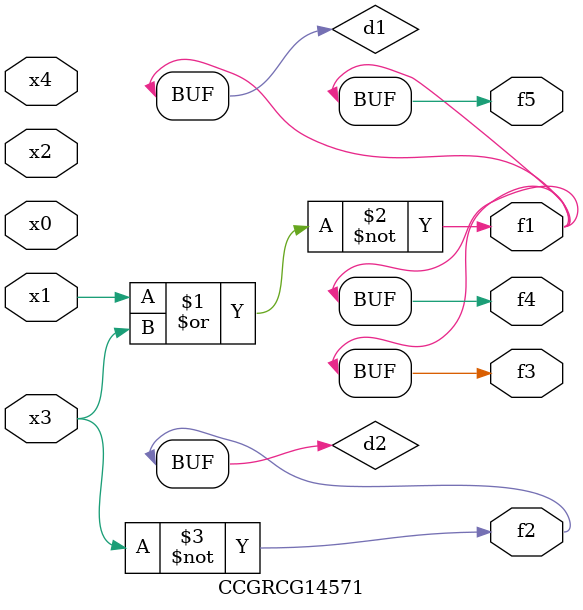
<source format=v>
module CCGRCG14571(
	input x0, x1, x2, x3, x4,
	output f1, f2, f3, f4, f5
);

	wire d1, d2;

	nor (d1, x1, x3);
	not (d2, x3);
	assign f1 = d1;
	assign f2 = d2;
	assign f3 = d1;
	assign f4 = d1;
	assign f5 = d1;
endmodule

</source>
